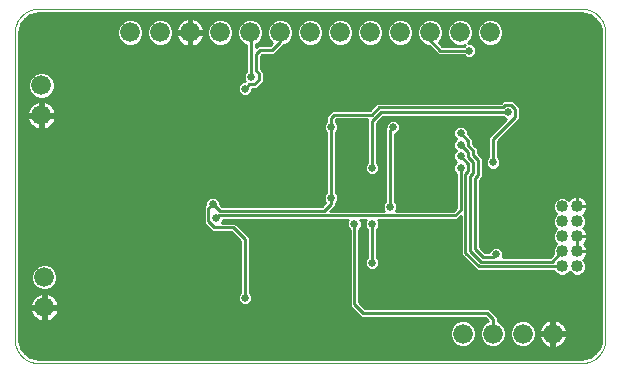
<source format=gbl>
G75*
%MOIN*%
%OFA0B0*%
%FSLAX25Y25*%
%IPPOS*%
%LPD*%
%AMOC8*
5,1,8,0,0,1.08239X$1,22.5*
%
%ADD10C,0.00000*%
%ADD11C,0.04000*%
%ADD12C,0.06600*%
%ADD13C,0.01000*%
%ADD14C,0.02578*%
D10*
X0024138Y0017248D02*
X0205240Y0017248D01*
X0205430Y0017250D01*
X0205620Y0017257D01*
X0205810Y0017269D01*
X0206000Y0017285D01*
X0206189Y0017305D01*
X0206378Y0017331D01*
X0206566Y0017360D01*
X0206753Y0017395D01*
X0206939Y0017434D01*
X0207124Y0017477D01*
X0207309Y0017525D01*
X0207492Y0017577D01*
X0207673Y0017633D01*
X0207853Y0017694D01*
X0208032Y0017760D01*
X0208209Y0017829D01*
X0208385Y0017903D01*
X0208558Y0017981D01*
X0208730Y0018064D01*
X0208899Y0018150D01*
X0209067Y0018240D01*
X0209232Y0018335D01*
X0209395Y0018433D01*
X0209555Y0018536D01*
X0209713Y0018642D01*
X0209868Y0018752D01*
X0210021Y0018865D01*
X0210171Y0018983D01*
X0210317Y0019104D01*
X0210461Y0019228D01*
X0210602Y0019356D01*
X0210740Y0019487D01*
X0210875Y0019622D01*
X0211006Y0019760D01*
X0211134Y0019901D01*
X0211258Y0020045D01*
X0211379Y0020191D01*
X0211497Y0020341D01*
X0211610Y0020494D01*
X0211720Y0020649D01*
X0211826Y0020807D01*
X0211929Y0020967D01*
X0212027Y0021130D01*
X0212122Y0021295D01*
X0212212Y0021463D01*
X0212298Y0021632D01*
X0212381Y0021804D01*
X0212459Y0021977D01*
X0212533Y0022153D01*
X0212602Y0022330D01*
X0212668Y0022509D01*
X0212729Y0022689D01*
X0212785Y0022870D01*
X0212837Y0023053D01*
X0212885Y0023238D01*
X0212928Y0023423D01*
X0212967Y0023609D01*
X0213002Y0023796D01*
X0213031Y0023984D01*
X0213057Y0024173D01*
X0213077Y0024362D01*
X0213093Y0024552D01*
X0213105Y0024742D01*
X0213112Y0024932D01*
X0213114Y0025122D01*
X0213114Y0127484D01*
X0213112Y0127674D01*
X0213105Y0127864D01*
X0213093Y0128054D01*
X0213077Y0128244D01*
X0213057Y0128433D01*
X0213031Y0128622D01*
X0213002Y0128810D01*
X0212967Y0128997D01*
X0212928Y0129183D01*
X0212885Y0129368D01*
X0212837Y0129553D01*
X0212785Y0129736D01*
X0212729Y0129917D01*
X0212668Y0130097D01*
X0212602Y0130276D01*
X0212533Y0130453D01*
X0212459Y0130629D01*
X0212381Y0130802D01*
X0212298Y0130974D01*
X0212212Y0131143D01*
X0212122Y0131311D01*
X0212027Y0131476D01*
X0211929Y0131639D01*
X0211826Y0131799D01*
X0211720Y0131957D01*
X0211610Y0132112D01*
X0211497Y0132265D01*
X0211379Y0132415D01*
X0211258Y0132561D01*
X0211134Y0132705D01*
X0211006Y0132846D01*
X0210875Y0132984D01*
X0210740Y0133119D01*
X0210602Y0133250D01*
X0210461Y0133378D01*
X0210317Y0133502D01*
X0210171Y0133623D01*
X0210021Y0133741D01*
X0209868Y0133854D01*
X0209713Y0133964D01*
X0209555Y0134070D01*
X0209395Y0134173D01*
X0209232Y0134271D01*
X0209067Y0134366D01*
X0208899Y0134456D01*
X0208730Y0134542D01*
X0208558Y0134625D01*
X0208385Y0134703D01*
X0208209Y0134777D01*
X0208032Y0134846D01*
X0207853Y0134912D01*
X0207673Y0134973D01*
X0207492Y0135029D01*
X0207309Y0135081D01*
X0207124Y0135129D01*
X0206939Y0135172D01*
X0206753Y0135211D01*
X0206566Y0135246D01*
X0206378Y0135275D01*
X0206189Y0135301D01*
X0206000Y0135321D01*
X0205810Y0135337D01*
X0205620Y0135349D01*
X0205430Y0135356D01*
X0205240Y0135358D01*
X0024138Y0135358D01*
X0023948Y0135356D01*
X0023758Y0135349D01*
X0023568Y0135337D01*
X0023378Y0135321D01*
X0023189Y0135301D01*
X0023000Y0135275D01*
X0022812Y0135246D01*
X0022625Y0135211D01*
X0022439Y0135172D01*
X0022254Y0135129D01*
X0022069Y0135081D01*
X0021886Y0135029D01*
X0021705Y0134973D01*
X0021525Y0134912D01*
X0021346Y0134846D01*
X0021169Y0134777D01*
X0020993Y0134703D01*
X0020820Y0134625D01*
X0020648Y0134542D01*
X0020479Y0134456D01*
X0020311Y0134366D01*
X0020146Y0134271D01*
X0019983Y0134173D01*
X0019823Y0134070D01*
X0019665Y0133964D01*
X0019510Y0133854D01*
X0019357Y0133741D01*
X0019207Y0133623D01*
X0019061Y0133502D01*
X0018917Y0133378D01*
X0018776Y0133250D01*
X0018638Y0133119D01*
X0018503Y0132984D01*
X0018372Y0132846D01*
X0018244Y0132705D01*
X0018120Y0132561D01*
X0017999Y0132415D01*
X0017881Y0132265D01*
X0017768Y0132112D01*
X0017658Y0131957D01*
X0017552Y0131799D01*
X0017449Y0131639D01*
X0017351Y0131476D01*
X0017256Y0131311D01*
X0017166Y0131143D01*
X0017080Y0130974D01*
X0016997Y0130802D01*
X0016919Y0130629D01*
X0016845Y0130453D01*
X0016776Y0130276D01*
X0016710Y0130097D01*
X0016649Y0129917D01*
X0016593Y0129736D01*
X0016541Y0129553D01*
X0016493Y0129368D01*
X0016450Y0129183D01*
X0016411Y0128997D01*
X0016376Y0128810D01*
X0016347Y0128622D01*
X0016321Y0128433D01*
X0016301Y0128244D01*
X0016285Y0128054D01*
X0016273Y0127864D01*
X0016266Y0127674D01*
X0016264Y0127484D01*
X0016264Y0025122D01*
X0016266Y0024932D01*
X0016273Y0024742D01*
X0016285Y0024552D01*
X0016301Y0024362D01*
X0016321Y0024173D01*
X0016347Y0023984D01*
X0016376Y0023796D01*
X0016411Y0023609D01*
X0016450Y0023423D01*
X0016493Y0023238D01*
X0016541Y0023053D01*
X0016593Y0022870D01*
X0016649Y0022689D01*
X0016710Y0022509D01*
X0016776Y0022330D01*
X0016845Y0022153D01*
X0016919Y0021977D01*
X0016997Y0021804D01*
X0017080Y0021632D01*
X0017166Y0021463D01*
X0017256Y0021295D01*
X0017351Y0021130D01*
X0017449Y0020967D01*
X0017552Y0020807D01*
X0017658Y0020649D01*
X0017768Y0020494D01*
X0017881Y0020341D01*
X0017999Y0020191D01*
X0018120Y0020045D01*
X0018244Y0019901D01*
X0018372Y0019760D01*
X0018503Y0019622D01*
X0018638Y0019487D01*
X0018776Y0019356D01*
X0018917Y0019228D01*
X0019061Y0019104D01*
X0019207Y0018983D01*
X0019357Y0018865D01*
X0019510Y0018752D01*
X0019665Y0018642D01*
X0019823Y0018536D01*
X0019983Y0018433D01*
X0020146Y0018335D01*
X0020311Y0018240D01*
X0020479Y0018150D01*
X0020648Y0018064D01*
X0020820Y0017981D01*
X0020993Y0017903D01*
X0021169Y0017829D01*
X0021346Y0017760D01*
X0021525Y0017694D01*
X0021705Y0017633D01*
X0021886Y0017577D01*
X0022069Y0017525D01*
X0022254Y0017477D01*
X0022439Y0017434D01*
X0022625Y0017395D01*
X0022812Y0017360D01*
X0023000Y0017331D01*
X0023189Y0017305D01*
X0023378Y0017285D01*
X0023568Y0017269D01*
X0023758Y0017257D01*
X0023948Y0017250D01*
X0024138Y0017248D01*
D11*
X0198685Y0049492D03*
X0203685Y0049492D03*
X0203685Y0054492D03*
X0198685Y0054492D03*
X0198685Y0059492D03*
X0203685Y0059492D03*
X0203685Y0064492D03*
X0198685Y0064492D03*
X0198685Y0069492D03*
X0203685Y0069492D03*
D12*
X0195634Y0027091D03*
X0185634Y0027091D03*
X0175634Y0027091D03*
X0165634Y0027091D03*
X0026106Y0035870D03*
X0026106Y0045870D03*
X0025122Y0099846D03*
X0025122Y0109846D03*
X0054689Y0127484D03*
X0064689Y0127484D03*
X0074689Y0127484D03*
X0084689Y0127484D03*
X0094689Y0127484D03*
X0104689Y0127484D03*
X0114689Y0127484D03*
X0124689Y0127484D03*
X0134689Y0127484D03*
X0144689Y0127484D03*
X0154689Y0127484D03*
X0164689Y0127484D03*
X0174689Y0127484D03*
D13*
X0170588Y0129081D02*
X0168790Y0129081D01*
X0169089Y0128359D02*
X0168419Y0129977D01*
X0167181Y0131214D01*
X0165564Y0131884D01*
X0163814Y0131884D01*
X0162197Y0131214D01*
X0160959Y0129977D01*
X0160289Y0128359D01*
X0160289Y0126609D01*
X0160959Y0124992D01*
X0162197Y0123754D01*
X0163814Y0123084D01*
X0165564Y0123084D01*
X0166249Y0123368D01*
X0165922Y0123041D01*
X0158797Y0123041D01*
X0157632Y0124205D01*
X0158419Y0124992D01*
X0159089Y0126609D01*
X0159089Y0128359D01*
X0158419Y0129977D01*
X0157181Y0131214D01*
X0155564Y0131884D01*
X0153814Y0131884D01*
X0152197Y0131214D01*
X0150959Y0129977D01*
X0150289Y0128359D01*
X0150289Y0126609D01*
X0150959Y0124992D01*
X0152197Y0123754D01*
X0153814Y0123084D01*
X0154228Y0123084D01*
X0157471Y0119841D01*
X0165922Y0119841D01*
X0166711Y0119052D01*
X0168690Y0119052D01*
X0170090Y0120451D01*
X0170090Y0122430D01*
X0168690Y0123830D01*
X0167257Y0123830D01*
X0168419Y0124992D01*
X0169089Y0126609D01*
X0169089Y0128359D01*
X0169089Y0128083D02*
X0170289Y0128083D01*
X0170289Y0128359D02*
X0170289Y0126609D01*
X0170959Y0124992D01*
X0172197Y0123754D01*
X0173814Y0123084D01*
X0175564Y0123084D01*
X0177181Y0123754D01*
X0178419Y0124992D01*
X0179089Y0126609D01*
X0179089Y0128359D01*
X0178419Y0129977D01*
X0177181Y0131214D01*
X0175564Y0131884D01*
X0173814Y0131884D01*
X0172197Y0131214D01*
X0170959Y0129977D01*
X0170289Y0128359D01*
X0170289Y0127084D02*
X0169089Y0127084D01*
X0168872Y0126086D02*
X0170506Y0126086D01*
X0170919Y0125087D02*
X0168459Y0125087D01*
X0167516Y0124089D02*
X0171862Y0124089D01*
X0173799Y0123090D02*
X0169430Y0123090D01*
X0170090Y0122092D02*
X0211614Y0122092D01*
X0211614Y0123090D02*
X0175579Y0123090D01*
X0177516Y0124089D02*
X0211614Y0124089D01*
X0211614Y0125087D02*
X0178459Y0125087D01*
X0178872Y0126086D02*
X0211614Y0126086D01*
X0211614Y0127084D02*
X0179089Y0127084D01*
X0179089Y0128083D02*
X0211567Y0128083D01*
X0211536Y0128481D02*
X0211614Y0127484D01*
X0211614Y0025122D01*
X0211536Y0024125D01*
X0210919Y0022228D01*
X0209747Y0020615D01*
X0208134Y0019443D01*
X0206237Y0018826D01*
X0205240Y0018748D01*
X0024138Y0018748D01*
X0023141Y0018826D01*
X0021244Y0019443D01*
X0019631Y0020615D01*
X0018458Y0022228D01*
X0017842Y0024125D01*
X0017764Y0025122D01*
X0017764Y0025743D01*
X0017764Y0127484D01*
X0017842Y0128481D01*
X0018458Y0130378D01*
X0019631Y0131991D01*
X0021244Y0133164D01*
X0023141Y0133780D01*
X0024138Y0133858D01*
X0205240Y0133858D01*
X0206237Y0133780D01*
X0208134Y0133164D01*
X0209747Y0131991D01*
X0210919Y0130378D01*
X0211536Y0128481D01*
X0211341Y0129081D02*
X0178790Y0129081D01*
X0178316Y0130080D02*
X0211016Y0130080D01*
X0210411Y0131078D02*
X0177317Y0131078D01*
X0172061Y0131078D02*
X0167317Y0131078D01*
X0168316Y0130080D02*
X0171062Y0130080D01*
X0165972Y0123090D02*
X0165579Y0123090D01*
X0163799Y0123090D02*
X0158747Y0123090D01*
X0157749Y0124089D02*
X0161862Y0124089D01*
X0160919Y0125087D02*
X0158459Y0125087D01*
X0158872Y0126086D02*
X0160506Y0126086D01*
X0160289Y0127084D02*
X0159089Y0127084D01*
X0159089Y0128083D02*
X0160289Y0128083D01*
X0160588Y0129081D02*
X0158790Y0129081D01*
X0158316Y0130080D02*
X0161062Y0130080D01*
X0162061Y0131078D02*
X0157317Y0131078D01*
X0154689Y0127484D02*
X0154689Y0124886D01*
X0158134Y0121441D01*
X0167701Y0121441D01*
X0170090Y0121093D02*
X0211614Y0121093D01*
X0211614Y0120095D02*
X0169733Y0120095D01*
X0168735Y0119096D02*
X0211614Y0119096D01*
X0211614Y0118098D02*
X0098204Y0118098D01*
X0098204Y0119096D02*
X0166667Y0119096D01*
X0157217Y0120095D02*
X0102672Y0120095D01*
X0102556Y0119979D02*
X0105352Y0122774D01*
X0105731Y0123153D01*
X0107181Y0123754D01*
X0108419Y0124992D01*
X0109089Y0126609D01*
X0109089Y0128359D01*
X0108419Y0129977D01*
X0107181Y0131214D01*
X0105564Y0131884D01*
X0103814Y0131884D01*
X0102197Y0131214D01*
X0100959Y0129977D01*
X0100289Y0128359D01*
X0100289Y0126609D01*
X0100959Y0124992D01*
X0102001Y0123949D01*
X0101231Y0123179D01*
X0097294Y0123179D01*
X0096604Y0122489D01*
X0096604Y0123515D01*
X0097181Y0123754D01*
X0098419Y0124992D01*
X0099089Y0126609D01*
X0099089Y0128359D01*
X0098419Y0129977D01*
X0097181Y0131214D01*
X0095564Y0131884D01*
X0093814Y0131884D01*
X0092197Y0131214D01*
X0090959Y0129977D01*
X0090289Y0128359D01*
X0090289Y0126609D01*
X0090959Y0124992D01*
X0092197Y0123754D01*
X0093404Y0123254D01*
X0093404Y0114499D01*
X0092615Y0113710D01*
X0092615Y0111731D01*
X0093168Y0111178D01*
X0093162Y0111172D01*
X0092046Y0111172D01*
X0090646Y0109773D01*
X0090646Y0107794D01*
X0092046Y0106394D01*
X0094025Y0106394D01*
X0095424Y0107794D01*
X0095424Y0108531D01*
X0096739Y0108531D01*
X0099193Y0110985D01*
X0099193Y0114456D01*
X0098204Y0115445D01*
X0098204Y0119563D01*
X0098619Y0119979D01*
X0102556Y0119979D01*
X0103671Y0121093D02*
X0156219Y0121093D01*
X0155220Y0122092D02*
X0104669Y0122092D01*
X0105668Y0123090D02*
X0113799Y0123090D01*
X0113814Y0123084D02*
X0115564Y0123084D01*
X0117181Y0123754D01*
X0118419Y0124992D01*
X0119089Y0126609D01*
X0119089Y0128359D01*
X0118419Y0129977D01*
X0117181Y0131214D01*
X0115564Y0131884D01*
X0113814Y0131884D01*
X0112197Y0131214D01*
X0110959Y0129977D01*
X0110289Y0128359D01*
X0110289Y0126609D01*
X0110959Y0124992D01*
X0112197Y0123754D01*
X0113814Y0123084D01*
X0115579Y0123090D02*
X0123799Y0123090D01*
X0123814Y0123084D02*
X0125564Y0123084D01*
X0127181Y0123754D01*
X0128419Y0124992D01*
X0129089Y0126609D01*
X0129089Y0128359D01*
X0128419Y0129977D01*
X0127181Y0131214D01*
X0125564Y0131884D01*
X0123814Y0131884D01*
X0122197Y0131214D01*
X0120959Y0129977D01*
X0120289Y0128359D01*
X0120289Y0126609D01*
X0120959Y0124992D01*
X0122197Y0123754D01*
X0123814Y0123084D01*
X0125579Y0123090D02*
X0133799Y0123090D01*
X0133814Y0123084D02*
X0135564Y0123084D01*
X0137181Y0123754D01*
X0138419Y0124992D01*
X0139089Y0126609D01*
X0139089Y0128359D01*
X0138419Y0129977D01*
X0137181Y0131214D01*
X0135564Y0131884D01*
X0133814Y0131884D01*
X0132197Y0131214D01*
X0130959Y0129977D01*
X0130289Y0128359D01*
X0130289Y0126609D01*
X0130959Y0124992D01*
X0132197Y0123754D01*
X0133814Y0123084D01*
X0135579Y0123090D02*
X0143799Y0123090D01*
X0143814Y0123084D02*
X0145564Y0123084D01*
X0147181Y0123754D01*
X0148419Y0124992D01*
X0149089Y0126609D01*
X0149089Y0128359D01*
X0148419Y0129977D01*
X0147181Y0131214D01*
X0145564Y0131884D01*
X0143814Y0131884D01*
X0142197Y0131214D01*
X0140959Y0129977D01*
X0140289Y0128359D01*
X0140289Y0126609D01*
X0140959Y0124992D01*
X0142197Y0123754D01*
X0143814Y0123084D01*
X0145579Y0123090D02*
X0153799Y0123090D01*
X0151862Y0124089D02*
X0147516Y0124089D01*
X0148459Y0125087D02*
X0150919Y0125087D01*
X0150506Y0126086D02*
X0148872Y0126086D01*
X0149089Y0127084D02*
X0150289Y0127084D01*
X0150289Y0128083D02*
X0149089Y0128083D01*
X0148790Y0129081D02*
X0150588Y0129081D01*
X0151062Y0130080D02*
X0148316Y0130080D01*
X0147317Y0131078D02*
X0152061Y0131078D01*
X0142061Y0131078D02*
X0137317Y0131078D01*
X0138316Y0130080D02*
X0141062Y0130080D01*
X0140588Y0129081D02*
X0138790Y0129081D01*
X0139089Y0128083D02*
X0140289Y0128083D01*
X0140289Y0127084D02*
X0139089Y0127084D01*
X0138872Y0126086D02*
X0140506Y0126086D01*
X0140919Y0125087D02*
X0138459Y0125087D01*
X0137516Y0124089D02*
X0141862Y0124089D01*
X0131862Y0124089D02*
X0127516Y0124089D01*
X0128459Y0125087D02*
X0130919Y0125087D01*
X0130506Y0126086D02*
X0128872Y0126086D01*
X0129089Y0127084D02*
X0130289Y0127084D01*
X0130289Y0128083D02*
X0129089Y0128083D01*
X0128790Y0129081D02*
X0130588Y0129081D01*
X0131062Y0130080D02*
X0128316Y0130080D01*
X0127317Y0131078D02*
X0132061Y0131078D01*
X0122061Y0131078D02*
X0117317Y0131078D01*
X0118316Y0130080D02*
X0121062Y0130080D01*
X0120588Y0129081D02*
X0118790Y0129081D01*
X0119089Y0128083D02*
X0120289Y0128083D01*
X0120289Y0127084D02*
X0119089Y0127084D01*
X0118872Y0126086D02*
X0120506Y0126086D01*
X0120919Y0125087D02*
X0118459Y0125087D01*
X0117516Y0124089D02*
X0121862Y0124089D01*
X0111862Y0124089D02*
X0107516Y0124089D01*
X0108459Y0125087D02*
X0110919Y0125087D01*
X0110506Y0126086D02*
X0108872Y0126086D01*
X0109089Y0127084D02*
X0110289Y0127084D01*
X0110289Y0128083D02*
X0109089Y0128083D01*
X0108790Y0129081D02*
X0110588Y0129081D01*
X0111062Y0130080D02*
X0108316Y0130080D01*
X0107317Y0131078D02*
X0112061Y0131078D01*
X0104689Y0127484D02*
X0104689Y0124374D01*
X0101894Y0121579D01*
X0097957Y0121579D01*
X0096604Y0120226D01*
X0096604Y0114782D01*
X0097593Y0113793D01*
X0097593Y0111648D01*
X0096076Y0110131D01*
X0094383Y0110131D01*
X0093035Y0108783D01*
X0091326Y0107114D02*
X0028612Y0107114D01*
X0028852Y0107354D02*
X0029522Y0108971D01*
X0029522Y0110722D01*
X0028852Y0112339D01*
X0027614Y0113577D01*
X0025997Y0114246D01*
X0024247Y0114246D01*
X0022630Y0113577D01*
X0021392Y0112339D01*
X0020722Y0110722D01*
X0020722Y0108971D01*
X0021392Y0107354D01*
X0022630Y0106116D01*
X0024247Y0105446D01*
X0025997Y0105446D01*
X0027614Y0106116D01*
X0028852Y0107354D01*
X0029166Y0108113D02*
X0090646Y0108113D01*
X0090646Y0109111D02*
X0029522Y0109111D01*
X0029522Y0110110D02*
X0090983Y0110110D01*
X0091982Y0111108D02*
X0029362Y0111108D01*
X0028948Y0112107D02*
X0092615Y0112107D01*
X0092615Y0113105D02*
X0028086Y0113105D01*
X0026342Y0114104D02*
X0093009Y0114104D01*
X0093404Y0115102D02*
X0017764Y0115102D01*
X0017764Y0114104D02*
X0023902Y0114104D01*
X0022158Y0113105D02*
X0017764Y0113105D01*
X0017764Y0112107D02*
X0021296Y0112107D01*
X0020882Y0111108D02*
X0017764Y0111108D01*
X0017764Y0110110D02*
X0020722Y0110110D01*
X0020722Y0109111D02*
X0017764Y0109111D01*
X0017764Y0108113D02*
X0021078Y0108113D01*
X0021632Y0107114D02*
X0017764Y0107114D01*
X0017764Y0106116D02*
X0022632Y0106116D01*
X0023279Y0104295D02*
X0023998Y0104528D01*
X0024638Y0104630D01*
X0024638Y0100331D01*
X0025606Y0100331D01*
X0025606Y0104630D01*
X0026246Y0104528D01*
X0026965Y0104295D01*
X0027638Y0103952D01*
X0028249Y0103508D01*
X0028783Y0102973D01*
X0029227Y0102362D01*
X0029570Y0101689D01*
X0029804Y0100970D01*
X0029905Y0100331D01*
X0025606Y0100331D01*
X0025606Y0099362D01*
X0025606Y0095063D01*
X0026246Y0095165D01*
X0026965Y0095398D01*
X0027638Y0095741D01*
X0028249Y0096185D01*
X0028783Y0096719D01*
X0029227Y0097331D01*
X0029570Y0098004D01*
X0029804Y0098722D01*
X0029905Y0099362D01*
X0025606Y0099362D01*
X0024638Y0099362D01*
X0024638Y0095063D01*
X0023998Y0095165D01*
X0023279Y0095398D01*
X0022606Y0095741D01*
X0021995Y0096185D01*
X0021461Y0096719D01*
X0021017Y0097331D01*
X0020674Y0098004D01*
X0020440Y0098722D01*
X0020339Y0099362D01*
X0024638Y0099362D01*
X0024638Y0100331D01*
X0020339Y0100331D01*
X0020440Y0100970D01*
X0020674Y0101689D01*
X0021017Y0102362D01*
X0021461Y0102973D01*
X0021995Y0103508D01*
X0022606Y0103952D01*
X0023279Y0104295D01*
X0022934Y0104119D02*
X0017764Y0104119D01*
X0017764Y0105117D02*
X0211614Y0105117D01*
X0211614Y0104119D02*
X0183066Y0104119D01*
X0183686Y0103499D02*
X0182286Y0104898D01*
X0178982Y0104898D01*
X0178193Y0104109D01*
X0136986Y0104109D01*
X0136048Y0103172D01*
X0134548Y0101672D01*
X0122047Y0101672D01*
X0121110Y0100735D01*
X0119979Y0099604D01*
X0119979Y0097767D01*
X0119190Y0096978D01*
X0119190Y0094999D01*
X0119979Y0094210D01*
X0119979Y0074145D01*
X0119190Y0073356D01*
X0119190Y0071377D01*
X0119742Y0070824D01*
X0118579Y0069661D01*
X0085208Y0069661D01*
X0084598Y0070271D01*
X0084598Y0071387D01*
X0083198Y0072787D01*
X0081219Y0072787D01*
X0079820Y0071387D01*
X0079820Y0070271D01*
X0079204Y0069656D01*
X0079204Y0063824D01*
X0080141Y0062887D01*
X0080141Y0062887D01*
X0081167Y0061861D01*
X0082104Y0060924D01*
X0088436Y0060924D01*
X0091435Y0057924D01*
X0091435Y0040680D01*
X0090646Y0039891D01*
X0090646Y0037912D01*
X0092046Y0036513D01*
X0094025Y0036513D01*
X0095424Y0037912D01*
X0095424Y0039891D01*
X0094635Y0040680D01*
X0094635Y0059249D01*
X0093698Y0060187D01*
X0089761Y0064124D01*
X0085219Y0064124D01*
X0085582Y0064487D01*
X0085582Y0064861D01*
X0127427Y0064861D01*
X0127064Y0064497D01*
X0127064Y0062518D01*
X0127853Y0061729D01*
X0127853Y0036270D01*
X0130806Y0033318D01*
X0131743Y0032380D01*
X0173081Y0032380D01*
X0174034Y0031428D01*
X0174034Y0031190D01*
X0173141Y0030821D01*
X0171904Y0029583D01*
X0171234Y0027966D01*
X0171234Y0026215D01*
X0171904Y0024598D01*
X0173141Y0023360D01*
X0174759Y0022691D01*
X0176509Y0022691D01*
X0178126Y0023360D01*
X0179364Y0024598D01*
X0180034Y0026215D01*
X0180034Y0027966D01*
X0179364Y0029583D01*
X0178126Y0030821D01*
X0177234Y0031190D01*
X0177234Y0032753D01*
X0176297Y0033691D01*
X0175344Y0034643D01*
X0175344Y0034643D01*
X0174407Y0035580D01*
X0133068Y0035580D01*
X0131053Y0037596D01*
X0131053Y0061729D01*
X0131842Y0062518D01*
X0131842Y0064497D01*
X0131478Y0064861D01*
X0133333Y0064861D01*
X0132969Y0064497D01*
X0132969Y0062518D01*
X0133758Y0061729D01*
X0133758Y0052491D01*
X0132969Y0051702D01*
X0132969Y0049723D01*
X0134369Y0048324D01*
X0136348Y0048324D01*
X0137747Y0049723D01*
X0137747Y0051702D01*
X0136958Y0052491D01*
X0136958Y0061729D01*
X0137747Y0062518D01*
X0137747Y0064497D01*
X0137384Y0064861D01*
X0163580Y0064861D01*
X0164517Y0065798D01*
X0164886Y0066166D01*
X0164886Y0053371D01*
X0170365Y0047892D01*
X0195992Y0047892D01*
X0196057Y0047736D01*
X0196929Y0046864D01*
X0198068Y0046392D01*
X0199302Y0046392D01*
X0200441Y0046864D01*
X0201185Y0047608D01*
X0201929Y0046864D01*
X0203068Y0046392D01*
X0204302Y0046392D01*
X0205441Y0046864D01*
X0206313Y0047736D01*
X0206785Y0048875D01*
X0206785Y0050109D01*
X0206313Y0051248D01*
X0205839Y0051722D01*
X0205916Y0051773D01*
X0206404Y0052261D01*
X0206787Y0052834D01*
X0207051Y0053471D01*
X0207185Y0054147D01*
X0207185Y0054492D01*
X0203685Y0054492D01*
X0203685Y0054492D01*
X0207185Y0054492D01*
X0207185Y0054837D01*
X0207051Y0055513D01*
X0206787Y0056150D01*
X0206404Y0056723D01*
X0206135Y0056992D01*
X0206404Y0057261D01*
X0206787Y0057834D01*
X0207051Y0058471D01*
X0207185Y0059147D01*
X0207185Y0059492D01*
X0203685Y0059492D01*
X0203685Y0059492D01*
X0203685Y0057992D01*
X0203685Y0054492D01*
X0203685Y0054492D01*
X0203685Y0059492D01*
X0203685Y0059492D01*
X0207185Y0059492D01*
X0207185Y0059837D01*
X0207051Y0060513D01*
X0206787Y0061150D01*
X0206404Y0061723D01*
X0205916Y0062211D01*
X0205839Y0062262D01*
X0206313Y0062736D01*
X0206785Y0063875D01*
X0206785Y0065109D01*
X0206313Y0066248D01*
X0205839Y0066722D01*
X0205916Y0066773D01*
X0206404Y0067261D01*
X0206787Y0067834D01*
X0207051Y0068471D01*
X0207185Y0069147D01*
X0207185Y0069492D01*
X0203685Y0069492D01*
X0203685Y0069492D01*
X0207185Y0069492D01*
X0207185Y0069837D01*
X0207051Y0070513D01*
X0206787Y0071150D01*
X0206404Y0071723D01*
X0205916Y0072211D01*
X0205343Y0072594D01*
X0204706Y0072858D01*
X0204030Y0072992D01*
X0203685Y0072992D01*
X0203340Y0072992D01*
X0202664Y0072858D01*
X0202027Y0072594D01*
X0201454Y0072211D01*
X0200966Y0071723D01*
X0200915Y0071646D01*
X0200441Y0072120D01*
X0199302Y0072592D01*
X0198068Y0072592D01*
X0196929Y0072120D01*
X0196057Y0071248D01*
X0195585Y0070109D01*
X0195585Y0068875D01*
X0196057Y0067736D01*
X0196801Y0066992D01*
X0196057Y0066248D01*
X0195585Y0065109D01*
X0195585Y0063875D01*
X0196057Y0062736D01*
X0196801Y0061992D01*
X0196057Y0061248D01*
X0195585Y0060109D01*
X0195585Y0058875D01*
X0196057Y0057736D01*
X0196801Y0056992D01*
X0196057Y0056248D01*
X0195585Y0055109D01*
X0195585Y0053875D01*
X0195650Y0053719D01*
X0194622Y0052692D01*
X0179086Y0052692D01*
X0179086Y0054671D01*
X0177686Y0056070D01*
X0175707Y0056070D01*
X0174308Y0054671D01*
X0174308Y0054292D01*
X0173016Y0054292D01*
X0171286Y0056022D01*
X0171286Y0078159D01*
X0172275Y0079148D01*
X0172275Y0085545D01*
X0171338Y0086482D01*
X0170675Y0087145D01*
X0170675Y0088819D01*
X0169738Y0089756D01*
X0169075Y0090419D01*
X0169075Y0092093D01*
X0168138Y0093031D01*
X0167275Y0093893D01*
X0167275Y0095009D01*
X0165875Y0096409D01*
X0163896Y0096409D01*
X0162497Y0095009D01*
X0162497Y0093030D01*
X0163476Y0092051D01*
X0162497Y0091072D01*
X0162497Y0089093D01*
X0163476Y0088114D01*
X0162497Y0087135D01*
X0162497Y0085156D01*
X0163476Y0084177D01*
X0162497Y0083198D01*
X0162497Y0081219D01*
X0163286Y0080430D01*
X0163286Y0069092D01*
X0162255Y0068061D01*
X0143290Y0068061D01*
X0143653Y0068424D01*
X0143653Y0070403D01*
X0142864Y0071192D01*
X0142864Y0093599D01*
X0143238Y0093599D01*
X0144637Y0094999D01*
X0144637Y0096978D01*
X0143238Y0098377D01*
X0141258Y0098377D01*
X0139859Y0096978D01*
X0139859Y0095862D01*
X0139664Y0095667D01*
X0139664Y0071192D01*
X0138875Y0070403D01*
X0138875Y0068424D01*
X0139238Y0068061D01*
X0121504Y0068061D01*
X0123179Y0069735D01*
X0123179Y0070588D01*
X0123968Y0071377D01*
X0123968Y0073356D01*
X0123179Y0074145D01*
X0123179Y0094210D01*
X0123968Y0094999D01*
X0123968Y0096978D01*
X0123179Y0097767D01*
X0123179Y0098278D01*
X0123373Y0098472D01*
X0133758Y0098472D01*
X0133758Y0083987D01*
X0132969Y0083198D01*
X0132969Y0081219D01*
X0134369Y0079820D01*
X0136348Y0079820D01*
X0137747Y0081219D01*
X0137747Y0083198D01*
X0136958Y0083987D01*
X0136958Y0097294D01*
X0138974Y0099309D01*
X0178855Y0099309D01*
X0179644Y0098520D01*
X0179919Y0098520D01*
X0175050Y0093651D01*
X0174113Y0092714D01*
X0174113Y0085956D01*
X0173324Y0085167D01*
X0173324Y0083188D01*
X0174723Y0081788D01*
X0176702Y0081788D01*
X0178102Y0083188D01*
X0178102Y0085167D01*
X0177313Y0085956D01*
X0177313Y0091388D01*
X0184623Y0098699D01*
X0184623Y0102562D01*
X0183686Y0103499D01*
X0184065Y0103120D02*
X0211614Y0103120D01*
X0211614Y0102121D02*
X0184623Y0102121D01*
X0184623Y0101123D02*
X0211614Y0101123D01*
X0211614Y0100124D02*
X0184623Y0100124D01*
X0184623Y0099126D02*
X0211614Y0099126D01*
X0211614Y0098127D02*
X0184052Y0098127D01*
X0183053Y0097129D02*
X0211614Y0097129D01*
X0211614Y0096130D02*
X0182055Y0096130D01*
X0181056Y0095132D02*
X0211614Y0095132D01*
X0211614Y0094133D02*
X0180058Y0094133D01*
X0179059Y0093135D02*
X0211614Y0093135D01*
X0211614Y0092136D02*
X0178061Y0092136D01*
X0177313Y0091138D02*
X0211614Y0091138D01*
X0211614Y0090139D02*
X0177313Y0090139D01*
X0177313Y0089141D02*
X0211614Y0089141D01*
X0211614Y0088142D02*
X0177313Y0088142D01*
X0177313Y0087144D02*
X0211614Y0087144D01*
X0211614Y0086145D02*
X0177313Y0086145D01*
X0178102Y0085147D02*
X0211614Y0085147D01*
X0211614Y0084148D02*
X0178102Y0084148D01*
X0178064Y0083150D02*
X0211614Y0083150D01*
X0211614Y0082151D02*
X0177065Y0082151D01*
X0175713Y0084177D02*
X0175713Y0092051D01*
X0183023Y0099361D01*
X0183023Y0101899D01*
X0181623Y0103298D01*
X0179644Y0103298D01*
X0178855Y0102509D01*
X0137648Y0102509D01*
X0135211Y0100072D01*
X0122710Y0100072D01*
X0121579Y0098941D01*
X0121579Y0095988D01*
X0121579Y0072366D01*
X0121579Y0070398D01*
X0119242Y0068061D01*
X0084546Y0068061D01*
X0082209Y0070398D01*
X0080804Y0068993D01*
X0080804Y0064487D01*
X0082767Y0062524D01*
X0089098Y0062524D01*
X0093035Y0058587D01*
X0093035Y0038902D01*
X0091340Y0037218D02*
X0030715Y0037218D01*
X0030788Y0036994D02*
X0030555Y0037713D01*
X0030212Y0038386D01*
X0029768Y0038997D01*
X0029233Y0039531D01*
X0028622Y0039975D01*
X0027949Y0040318D01*
X0027230Y0040552D01*
X0026591Y0040653D01*
X0026591Y0036354D01*
X0030889Y0036354D01*
X0030788Y0036994D01*
X0030298Y0038217D02*
X0090646Y0038217D01*
X0090646Y0039215D02*
X0029549Y0039215D01*
X0028154Y0040214D02*
X0090969Y0040214D01*
X0091435Y0041212D02*
X0017764Y0041212D01*
X0017764Y0040214D02*
X0024058Y0040214D01*
X0024264Y0040318D02*
X0023591Y0039975D01*
X0022979Y0039531D01*
X0022445Y0038997D01*
X0022001Y0038386D01*
X0021658Y0037713D01*
X0021424Y0036994D01*
X0021323Y0036354D01*
X0025622Y0036354D01*
X0025622Y0035386D01*
X0021323Y0035386D01*
X0021424Y0034746D01*
X0021658Y0034028D01*
X0022001Y0033354D01*
X0022445Y0032743D01*
X0022979Y0032209D01*
X0023591Y0031765D01*
X0024264Y0031422D01*
X0024982Y0031188D01*
X0025622Y0031087D01*
X0025622Y0035386D01*
X0026591Y0035386D01*
X0026591Y0036354D01*
X0025622Y0036354D01*
X0025622Y0040653D01*
X0024982Y0040552D01*
X0024264Y0040318D01*
X0025622Y0040214D02*
X0026591Y0040214D01*
X0026591Y0039215D02*
X0025622Y0039215D01*
X0025622Y0038217D02*
X0026591Y0038217D01*
X0026591Y0037218D02*
X0025622Y0037218D01*
X0025622Y0036220D02*
X0017764Y0036220D01*
X0017764Y0037218D02*
X0021497Y0037218D01*
X0021915Y0038217D02*
X0017764Y0038217D01*
X0017764Y0039215D02*
X0022663Y0039215D01*
X0023614Y0042140D02*
X0025231Y0041470D01*
X0026982Y0041470D01*
X0028599Y0042140D01*
X0029836Y0043378D01*
X0030506Y0044995D01*
X0030506Y0046745D01*
X0029836Y0048362D01*
X0028599Y0049600D01*
X0026982Y0050270D01*
X0025231Y0050270D01*
X0023614Y0049600D01*
X0022376Y0048362D01*
X0021706Y0046745D01*
X0021706Y0044995D01*
X0022376Y0043378D01*
X0023614Y0042140D01*
X0023543Y0042211D02*
X0017764Y0042211D01*
X0017764Y0043209D02*
X0022545Y0043209D01*
X0022032Y0044208D02*
X0017764Y0044208D01*
X0017764Y0045206D02*
X0021706Y0045206D01*
X0021706Y0046205D02*
X0017764Y0046205D01*
X0017764Y0047203D02*
X0021896Y0047203D01*
X0022310Y0048202D02*
X0017764Y0048202D01*
X0017764Y0049200D02*
X0023214Y0049200D01*
X0025059Y0050199D02*
X0017764Y0050199D01*
X0017764Y0051197D02*
X0091435Y0051197D01*
X0091435Y0050199D02*
X0027153Y0050199D01*
X0028999Y0049200D02*
X0091435Y0049200D01*
X0091435Y0048202D02*
X0029903Y0048202D01*
X0030317Y0047203D02*
X0091435Y0047203D01*
X0091435Y0046205D02*
X0030506Y0046205D01*
X0030506Y0045206D02*
X0091435Y0045206D01*
X0091435Y0044208D02*
X0030180Y0044208D01*
X0029668Y0043209D02*
X0091435Y0043209D01*
X0091435Y0042211D02*
X0028670Y0042211D01*
X0026591Y0036220D02*
X0127903Y0036220D01*
X0127853Y0037218D02*
X0094731Y0037218D01*
X0095424Y0038217D02*
X0127853Y0038217D01*
X0127853Y0039215D02*
X0095424Y0039215D01*
X0095102Y0040214D02*
X0127853Y0040214D01*
X0127853Y0041212D02*
X0094635Y0041212D01*
X0094635Y0042211D02*
X0127853Y0042211D01*
X0127853Y0043209D02*
X0094635Y0043209D01*
X0094635Y0044208D02*
X0127853Y0044208D01*
X0127853Y0045206D02*
X0094635Y0045206D01*
X0094635Y0046205D02*
X0127853Y0046205D01*
X0127853Y0047203D02*
X0094635Y0047203D01*
X0094635Y0048202D02*
X0127853Y0048202D01*
X0127853Y0049200D02*
X0094635Y0049200D01*
X0094635Y0050199D02*
X0127853Y0050199D01*
X0127853Y0051197D02*
X0094635Y0051197D01*
X0094635Y0052196D02*
X0127853Y0052196D01*
X0127853Y0053194D02*
X0094635Y0053194D01*
X0094635Y0054193D02*
X0127853Y0054193D01*
X0127853Y0055191D02*
X0094635Y0055191D01*
X0094635Y0056190D02*
X0127853Y0056190D01*
X0127853Y0057188D02*
X0094635Y0057188D01*
X0094635Y0058187D02*
X0127853Y0058187D01*
X0127853Y0059186D02*
X0094635Y0059186D01*
X0093701Y0060184D02*
X0127853Y0060184D01*
X0127853Y0061183D02*
X0092702Y0061183D01*
X0091704Y0062181D02*
X0127401Y0062181D01*
X0127064Y0063180D02*
X0090705Y0063180D01*
X0089175Y0060184D02*
X0017764Y0060184D01*
X0017764Y0059186D02*
X0090174Y0059186D01*
X0091172Y0058187D02*
X0017764Y0058187D01*
X0017764Y0057188D02*
X0091435Y0057188D01*
X0091435Y0056190D02*
X0017764Y0056190D01*
X0017764Y0055191D02*
X0091435Y0055191D01*
X0091435Y0054193D02*
X0017764Y0054193D01*
X0017764Y0053194D02*
X0091435Y0053194D01*
X0091435Y0052196D02*
X0017764Y0052196D01*
X0017764Y0061183D02*
X0081845Y0061183D01*
X0080847Y0062181D02*
X0017764Y0062181D01*
X0017764Y0063180D02*
X0079848Y0063180D01*
X0079204Y0064178D02*
X0017764Y0064178D01*
X0017764Y0065177D02*
X0079204Y0065177D01*
X0079204Y0066175D02*
X0017764Y0066175D01*
X0017764Y0067174D02*
X0079204Y0067174D01*
X0079204Y0068172D02*
X0017764Y0068172D01*
X0017764Y0069171D02*
X0079204Y0069171D01*
X0079717Y0070169D02*
X0017764Y0070169D01*
X0017764Y0071168D02*
X0079820Y0071168D01*
X0080599Y0072166D02*
X0017764Y0072166D01*
X0017764Y0073165D02*
X0119190Y0073165D01*
X0119190Y0072166D02*
X0083819Y0072166D01*
X0084598Y0071168D02*
X0119399Y0071168D01*
X0119088Y0070169D02*
X0084700Y0070169D01*
X0084177Y0066461D02*
X0083193Y0065476D01*
X0084177Y0066461D02*
X0162917Y0066461D01*
X0164886Y0068429D01*
X0164886Y0082209D01*
X0162497Y0082151D02*
X0142864Y0082151D01*
X0142864Y0081153D02*
X0162563Y0081153D01*
X0163286Y0080154D02*
X0142864Y0080154D01*
X0142864Y0079156D02*
X0163286Y0079156D01*
X0163286Y0078157D02*
X0142864Y0078157D01*
X0142864Y0077159D02*
X0163286Y0077159D01*
X0163286Y0076160D02*
X0142864Y0076160D01*
X0142864Y0075162D02*
X0163286Y0075162D01*
X0163286Y0074163D02*
X0142864Y0074163D01*
X0142864Y0073165D02*
X0163286Y0073165D01*
X0163286Y0072166D02*
X0142864Y0072166D01*
X0142888Y0071168D02*
X0163286Y0071168D01*
X0163286Y0070169D02*
X0143653Y0070169D01*
X0143653Y0069171D02*
X0163286Y0069171D01*
X0162366Y0068172D02*
X0143401Y0068172D01*
X0141264Y0069413D02*
X0141264Y0095004D01*
X0142248Y0095988D01*
X0139859Y0096130D02*
X0136958Y0096130D01*
X0136958Y0095132D02*
X0139664Y0095132D01*
X0139664Y0094133D02*
X0136958Y0094133D01*
X0136958Y0093135D02*
X0139664Y0093135D01*
X0139664Y0092136D02*
X0136958Y0092136D01*
X0136958Y0091138D02*
X0139664Y0091138D01*
X0139664Y0090139D02*
X0136958Y0090139D01*
X0136958Y0089141D02*
X0139664Y0089141D01*
X0139664Y0088142D02*
X0136958Y0088142D01*
X0136958Y0087144D02*
X0139664Y0087144D01*
X0139664Y0086145D02*
X0136958Y0086145D01*
X0136958Y0085147D02*
X0139664Y0085147D01*
X0139664Y0084148D02*
X0136958Y0084148D01*
X0137747Y0083150D02*
X0139664Y0083150D01*
X0139664Y0082151D02*
X0137747Y0082151D01*
X0137681Y0081153D02*
X0139664Y0081153D01*
X0139664Y0080154D02*
X0136682Y0080154D01*
X0135358Y0082209D02*
X0135358Y0097957D01*
X0138311Y0100909D01*
X0180634Y0100909D01*
X0179039Y0099126D02*
X0138790Y0099126D01*
X0137792Y0098127D02*
X0141009Y0098127D01*
X0140010Y0097129D02*
X0136958Y0097129D01*
X0133758Y0097129D02*
X0123816Y0097129D01*
X0123968Y0096130D02*
X0133758Y0096130D01*
X0133758Y0095132D02*
X0123968Y0095132D01*
X0123179Y0094133D02*
X0133758Y0094133D01*
X0133758Y0093135D02*
X0123179Y0093135D01*
X0123179Y0092136D02*
X0133758Y0092136D01*
X0133758Y0091138D02*
X0123179Y0091138D01*
X0123179Y0090139D02*
X0133758Y0090139D01*
X0133758Y0089141D02*
X0123179Y0089141D01*
X0123179Y0088142D02*
X0133758Y0088142D01*
X0133758Y0087144D02*
X0123179Y0087144D01*
X0123179Y0086145D02*
X0133758Y0086145D01*
X0133758Y0085147D02*
X0123179Y0085147D01*
X0123179Y0084148D02*
X0133758Y0084148D01*
X0132969Y0083150D02*
X0123179Y0083150D01*
X0123179Y0082151D02*
X0132969Y0082151D01*
X0133036Y0081153D02*
X0123179Y0081153D01*
X0123179Y0080154D02*
X0134034Y0080154D01*
X0139664Y0079156D02*
X0123179Y0079156D01*
X0123179Y0078157D02*
X0139664Y0078157D01*
X0139664Y0077159D02*
X0123179Y0077159D01*
X0123179Y0076160D02*
X0139664Y0076160D01*
X0139664Y0075162D02*
X0123179Y0075162D01*
X0123179Y0074163D02*
X0139664Y0074163D01*
X0139664Y0073165D02*
X0123968Y0073165D01*
X0123968Y0072166D02*
X0139664Y0072166D01*
X0139640Y0071168D02*
X0123759Y0071168D01*
X0123179Y0070169D02*
X0138875Y0070169D01*
X0138875Y0069171D02*
X0122614Y0069171D01*
X0121616Y0068172D02*
X0139127Y0068172D01*
X0137747Y0064178D02*
X0164886Y0064178D01*
X0164886Y0063180D02*
X0137747Y0063180D01*
X0137410Y0062181D02*
X0164886Y0062181D01*
X0164886Y0061183D02*
X0136958Y0061183D01*
X0136958Y0060184D02*
X0164886Y0060184D01*
X0164886Y0059186D02*
X0136958Y0059186D01*
X0136958Y0058187D02*
X0164886Y0058187D01*
X0164886Y0057188D02*
X0136958Y0057188D01*
X0136958Y0056190D02*
X0164886Y0056190D01*
X0164886Y0055191D02*
X0136958Y0055191D01*
X0136958Y0054193D02*
X0164886Y0054193D01*
X0165063Y0053194D02*
X0136958Y0053194D01*
X0137253Y0052196D02*
X0166061Y0052196D01*
X0167060Y0051197D02*
X0137747Y0051197D01*
X0137747Y0050199D02*
X0168058Y0050199D01*
X0169057Y0049200D02*
X0137225Y0049200D01*
X0135358Y0050713D02*
X0135358Y0063508D01*
X0132969Y0063180D02*
X0131842Y0063180D01*
X0131842Y0064178D02*
X0132969Y0064178D01*
X0133307Y0062181D02*
X0131504Y0062181D01*
X0131053Y0061183D02*
X0133758Y0061183D01*
X0133758Y0060184D02*
X0131053Y0060184D01*
X0131053Y0059186D02*
X0133758Y0059186D01*
X0133758Y0058187D02*
X0131053Y0058187D01*
X0131053Y0057188D02*
X0133758Y0057188D01*
X0133758Y0056190D02*
X0131053Y0056190D01*
X0131053Y0055191D02*
X0133758Y0055191D01*
X0133758Y0054193D02*
X0131053Y0054193D01*
X0131053Y0053194D02*
X0133758Y0053194D01*
X0133463Y0052196D02*
X0131053Y0052196D01*
X0131053Y0051197D02*
X0132969Y0051197D01*
X0132969Y0050199D02*
X0131053Y0050199D01*
X0131053Y0049200D02*
X0133492Y0049200D01*
X0131053Y0048202D02*
X0170055Y0048202D01*
X0171028Y0049492D02*
X0166486Y0054034D01*
X0166486Y0080147D01*
X0167475Y0081136D01*
X0167475Y0083557D01*
X0164886Y0086146D01*
X0162497Y0086145D02*
X0142864Y0086145D01*
X0142864Y0085147D02*
X0162506Y0085147D01*
X0163447Y0084148D02*
X0142864Y0084148D01*
X0142864Y0083150D02*
X0162497Y0083150D01*
X0162505Y0087144D02*
X0142864Y0087144D01*
X0142864Y0088142D02*
X0163448Y0088142D01*
X0162497Y0089141D02*
X0142864Y0089141D01*
X0142864Y0090139D02*
X0162497Y0090139D01*
X0162563Y0091138D02*
X0142864Y0091138D01*
X0142864Y0092136D02*
X0163391Y0092136D01*
X0162497Y0093135D02*
X0142864Y0093135D01*
X0143772Y0094133D02*
X0162497Y0094133D01*
X0162620Y0095132D02*
X0144637Y0095132D01*
X0144637Y0096130D02*
X0163618Y0096130D01*
X0164886Y0094020D02*
X0167475Y0091431D01*
X0167475Y0089756D01*
X0169075Y0088156D01*
X0169075Y0086482D01*
X0170675Y0084882D01*
X0170675Y0079811D01*
X0169686Y0078822D01*
X0169686Y0055359D01*
X0172353Y0052692D01*
X0175724Y0052692D01*
X0176697Y0053665D01*
X0176697Y0053681D01*
X0178565Y0055191D02*
X0195619Y0055191D01*
X0195585Y0054193D02*
X0179086Y0054193D01*
X0179086Y0053194D02*
X0195125Y0053194D01*
X0195285Y0051092D02*
X0171690Y0051092D01*
X0168086Y0054697D01*
X0168086Y0079485D01*
X0169075Y0080474D01*
X0169075Y0084219D01*
X0167475Y0085819D01*
X0167475Y0087494D01*
X0164886Y0090083D01*
X0169075Y0091138D02*
X0174113Y0091138D01*
X0174113Y0092136D02*
X0169032Y0092136D01*
X0168033Y0093135D02*
X0174534Y0093135D01*
X0175532Y0094133D02*
X0167275Y0094133D01*
X0167152Y0095132D02*
X0176531Y0095132D01*
X0177529Y0096130D02*
X0166154Y0096130D01*
X0169355Y0090139D02*
X0174113Y0090139D01*
X0174113Y0089141D02*
X0170353Y0089141D01*
X0170675Y0088142D02*
X0174113Y0088142D01*
X0174113Y0087144D02*
X0170676Y0087144D01*
X0171674Y0086145D02*
X0174113Y0086145D01*
X0173324Y0085147D02*
X0172275Y0085147D01*
X0172275Y0084148D02*
X0173324Y0084148D01*
X0173361Y0083150D02*
X0172275Y0083150D01*
X0172275Y0082151D02*
X0174360Y0082151D01*
X0172275Y0081153D02*
X0211614Y0081153D01*
X0211614Y0080154D02*
X0172275Y0080154D01*
X0172275Y0079156D02*
X0211614Y0079156D01*
X0211614Y0078157D02*
X0171286Y0078157D01*
X0171286Y0077159D02*
X0211614Y0077159D01*
X0211614Y0076160D02*
X0171286Y0076160D01*
X0171286Y0075162D02*
X0211614Y0075162D01*
X0211614Y0074163D02*
X0171286Y0074163D01*
X0171286Y0073165D02*
X0211614Y0073165D01*
X0211614Y0072166D02*
X0205961Y0072166D01*
X0206775Y0071168D02*
X0211614Y0071168D01*
X0211614Y0070169D02*
X0207119Y0070169D01*
X0207185Y0069171D02*
X0211614Y0069171D01*
X0211614Y0068172D02*
X0206927Y0068172D01*
X0206316Y0067174D02*
X0211614Y0067174D01*
X0211614Y0066175D02*
X0206343Y0066175D01*
X0206757Y0065177D02*
X0211614Y0065177D01*
X0211614Y0064178D02*
X0206785Y0064178D01*
X0206497Y0063180D02*
X0211614Y0063180D01*
X0211614Y0062181D02*
X0205946Y0062181D01*
X0206765Y0061183D02*
X0211614Y0061183D01*
X0211614Y0060184D02*
X0207116Y0060184D01*
X0207185Y0059186D02*
X0211614Y0059186D01*
X0211614Y0058187D02*
X0206933Y0058187D01*
X0206331Y0057188D02*
X0211614Y0057188D01*
X0211614Y0056190D02*
X0206760Y0056190D01*
X0207114Y0055191D02*
X0211614Y0055191D01*
X0211614Y0054193D02*
X0207185Y0054193D01*
X0206936Y0053194D02*
X0211614Y0053194D01*
X0211614Y0052196D02*
X0206339Y0052196D01*
X0206334Y0051197D02*
X0211614Y0051197D01*
X0211614Y0050199D02*
X0206748Y0050199D01*
X0206785Y0049200D02*
X0211614Y0049200D01*
X0211614Y0048202D02*
X0206506Y0048202D01*
X0205780Y0047203D02*
X0211614Y0047203D01*
X0211614Y0046205D02*
X0131053Y0046205D01*
X0131053Y0047203D02*
X0196590Y0047203D01*
X0198685Y0049492D02*
X0171028Y0049492D01*
X0172116Y0055191D02*
X0174829Y0055191D01*
X0171286Y0056190D02*
X0196033Y0056190D01*
X0196605Y0057188D02*
X0171286Y0057188D01*
X0171286Y0058187D02*
X0195870Y0058187D01*
X0195585Y0059186D02*
X0171286Y0059186D01*
X0171286Y0060184D02*
X0195616Y0060184D01*
X0196030Y0061183D02*
X0171286Y0061183D01*
X0171286Y0062181D02*
X0196612Y0062181D01*
X0195873Y0063180D02*
X0171286Y0063180D01*
X0171286Y0064178D02*
X0195585Y0064178D01*
X0195613Y0065177D02*
X0171286Y0065177D01*
X0171286Y0066175D02*
X0196027Y0066175D01*
X0196620Y0067174D02*
X0171286Y0067174D01*
X0171286Y0068172D02*
X0195876Y0068172D01*
X0195585Y0069171D02*
X0171286Y0069171D01*
X0171286Y0070169D02*
X0195610Y0070169D01*
X0196024Y0071168D02*
X0171286Y0071168D01*
X0171286Y0072166D02*
X0197040Y0072166D01*
X0200330Y0072166D02*
X0201409Y0072166D01*
X0203685Y0072166D02*
X0203685Y0072166D01*
X0203685Y0072992D02*
X0203685Y0069492D01*
X0203685Y0069492D01*
X0203685Y0072992D01*
X0203685Y0071168D02*
X0203685Y0071168D01*
X0203685Y0070169D02*
X0203685Y0070169D01*
X0203685Y0059186D02*
X0203685Y0059186D01*
X0203685Y0058187D02*
X0203685Y0058187D01*
X0203685Y0057188D02*
X0203685Y0057188D01*
X0203685Y0056190D02*
X0203685Y0056190D01*
X0203685Y0055191D02*
X0203685Y0055191D01*
X0198685Y0054492D02*
X0195285Y0051092D01*
X0200780Y0047203D02*
X0201590Y0047203D01*
X0211614Y0045206D02*
X0131053Y0045206D01*
X0131053Y0044208D02*
X0211614Y0044208D01*
X0211614Y0043209D02*
X0131053Y0043209D01*
X0131053Y0042211D02*
X0211614Y0042211D01*
X0211614Y0041212D02*
X0131053Y0041212D01*
X0131053Y0040214D02*
X0211614Y0040214D01*
X0211614Y0039215D02*
X0131053Y0039215D01*
X0131053Y0038217D02*
X0211614Y0038217D01*
X0211614Y0037218D02*
X0131430Y0037218D01*
X0132429Y0036220D02*
X0211614Y0036220D01*
X0211614Y0035221D02*
X0174766Y0035221D01*
X0175764Y0034223D02*
X0211614Y0034223D01*
X0211614Y0033224D02*
X0176763Y0033224D01*
X0177234Y0032226D02*
X0211614Y0032226D01*
X0211614Y0031227D02*
X0198088Y0031227D01*
X0198150Y0031196D02*
X0197476Y0031539D01*
X0196758Y0031772D01*
X0196118Y0031874D01*
X0196118Y0027575D01*
X0195150Y0027575D01*
X0195150Y0031874D01*
X0194510Y0031772D01*
X0193791Y0031539D01*
X0193118Y0031196D01*
X0192507Y0030752D01*
X0191973Y0030218D01*
X0191529Y0029606D01*
X0191186Y0028933D01*
X0190952Y0028215D01*
X0190851Y0027575D01*
X0195150Y0027575D01*
X0195150Y0026606D01*
X0196118Y0026606D01*
X0196118Y0022307D01*
X0196758Y0022409D01*
X0197476Y0022642D01*
X0198150Y0022985D01*
X0198761Y0023429D01*
X0199295Y0023964D01*
X0199739Y0024575D01*
X0200082Y0025248D01*
X0200316Y0025967D01*
X0200417Y0026606D01*
X0196118Y0026606D01*
X0196118Y0027575D01*
X0200417Y0027575D01*
X0200316Y0028215D01*
X0200082Y0028933D01*
X0199739Y0029606D01*
X0199295Y0030218D01*
X0198761Y0030752D01*
X0198150Y0031196D01*
X0199284Y0030229D02*
X0211614Y0030229D01*
X0211614Y0029230D02*
X0199931Y0029230D01*
X0200310Y0028232D02*
X0211614Y0028232D01*
X0211614Y0027233D02*
X0196118Y0027233D01*
X0195150Y0027233D02*
X0190034Y0027233D01*
X0190034Y0027966D02*
X0190034Y0026215D01*
X0189364Y0024598D01*
X0188126Y0023360D01*
X0186509Y0022691D01*
X0184759Y0022691D01*
X0183141Y0023360D01*
X0181904Y0024598D01*
X0181234Y0026215D01*
X0181234Y0027966D01*
X0181904Y0029583D01*
X0183141Y0030821D01*
X0184759Y0031491D01*
X0186509Y0031491D01*
X0188126Y0030821D01*
X0189364Y0029583D01*
X0190034Y0027966D01*
X0189924Y0028232D02*
X0190958Y0028232D01*
X0191337Y0029230D02*
X0189510Y0029230D01*
X0188718Y0030229D02*
X0191984Y0030229D01*
X0193180Y0031227D02*
X0187145Y0031227D01*
X0184123Y0031227D02*
X0177234Y0031227D01*
X0178718Y0030229D02*
X0182549Y0030229D01*
X0181758Y0029230D02*
X0179510Y0029230D01*
X0179924Y0028232D02*
X0181344Y0028232D01*
X0181234Y0027233D02*
X0180034Y0027233D01*
X0180034Y0026235D02*
X0181234Y0026235D01*
X0181639Y0025236D02*
X0179628Y0025236D01*
X0179003Y0024238D02*
X0182264Y0024238D01*
X0183434Y0023239D02*
X0177833Y0023239D01*
X0173434Y0023239D02*
X0167833Y0023239D01*
X0168126Y0023360D02*
X0169364Y0024598D01*
X0170034Y0026215D01*
X0170034Y0027966D01*
X0169364Y0029583D01*
X0168126Y0030821D01*
X0166509Y0031491D01*
X0164759Y0031491D01*
X0163141Y0030821D01*
X0161904Y0029583D01*
X0161234Y0027966D01*
X0161234Y0026215D01*
X0161904Y0024598D01*
X0163141Y0023360D01*
X0164759Y0022691D01*
X0166509Y0022691D01*
X0168126Y0023360D01*
X0169003Y0024238D02*
X0172264Y0024238D01*
X0171639Y0025236D02*
X0169628Y0025236D01*
X0170034Y0026235D02*
X0171234Y0026235D01*
X0171234Y0027233D02*
X0170034Y0027233D01*
X0169924Y0028232D02*
X0171344Y0028232D01*
X0171758Y0029230D02*
X0169510Y0029230D01*
X0168718Y0030229D02*
X0172549Y0030229D01*
X0174034Y0031227D02*
X0167145Y0031227D01*
X0164123Y0031227D02*
X0027350Y0031227D01*
X0027230Y0031188D02*
X0027949Y0031422D01*
X0028622Y0031765D01*
X0029233Y0032209D01*
X0029768Y0032743D01*
X0030212Y0033354D01*
X0030555Y0034028D01*
X0030788Y0034746D01*
X0030889Y0035386D01*
X0026591Y0035386D01*
X0026591Y0031087D01*
X0027230Y0031188D01*
X0026591Y0031227D02*
X0025622Y0031227D01*
X0024862Y0031227D02*
X0017764Y0031227D01*
X0017764Y0030229D02*
X0162549Y0030229D01*
X0161758Y0029230D02*
X0017764Y0029230D01*
X0017764Y0028232D02*
X0161344Y0028232D01*
X0161234Y0027233D02*
X0017764Y0027233D01*
X0017764Y0026235D02*
X0161234Y0026235D01*
X0161639Y0025236D02*
X0017764Y0025236D01*
X0017833Y0024238D02*
X0162264Y0024238D01*
X0163434Y0023239D02*
X0018130Y0023239D01*
X0018455Y0022241D02*
X0210923Y0022241D01*
X0211248Y0023239D02*
X0198499Y0023239D01*
X0199494Y0024238D02*
X0211545Y0024238D01*
X0211614Y0025236D02*
X0200076Y0025236D01*
X0200358Y0026235D02*
X0211614Y0026235D01*
X0210203Y0021242D02*
X0019175Y0021242D01*
X0020142Y0020244D02*
X0209236Y0020244D01*
X0207525Y0019245D02*
X0021852Y0019245D01*
X0022962Y0032226D02*
X0017764Y0032226D01*
X0017764Y0033224D02*
X0022095Y0033224D01*
X0021595Y0034223D02*
X0017764Y0034223D01*
X0017764Y0035221D02*
X0021349Y0035221D01*
X0025622Y0035221D02*
X0026591Y0035221D01*
X0026591Y0034223D02*
X0025622Y0034223D01*
X0025622Y0033224D02*
X0026591Y0033224D01*
X0026591Y0032226D02*
X0025622Y0032226D01*
X0029250Y0032226D02*
X0173236Y0032226D01*
X0173744Y0033980D02*
X0175634Y0032091D01*
X0175634Y0027091D01*
X0173744Y0033980D02*
X0132406Y0033980D01*
X0129453Y0036933D01*
X0129453Y0063508D01*
X0127064Y0064178D02*
X0085273Y0064178D01*
X0119979Y0074163D02*
X0017764Y0074163D01*
X0017764Y0075162D02*
X0119979Y0075162D01*
X0119979Y0076160D02*
X0017764Y0076160D01*
X0017764Y0077159D02*
X0119979Y0077159D01*
X0119979Y0078157D02*
X0017764Y0078157D01*
X0017764Y0079156D02*
X0119979Y0079156D01*
X0119979Y0080154D02*
X0017764Y0080154D01*
X0017764Y0081153D02*
X0119979Y0081153D01*
X0119979Y0082151D02*
X0017764Y0082151D01*
X0017764Y0083150D02*
X0119979Y0083150D01*
X0119979Y0084148D02*
X0017764Y0084148D01*
X0017764Y0085147D02*
X0119979Y0085147D01*
X0119979Y0086145D02*
X0017764Y0086145D01*
X0017764Y0087144D02*
X0119979Y0087144D01*
X0119979Y0088142D02*
X0017764Y0088142D01*
X0017764Y0089141D02*
X0119979Y0089141D01*
X0119979Y0090139D02*
X0017764Y0090139D01*
X0017764Y0091138D02*
X0119979Y0091138D01*
X0119979Y0092136D02*
X0017764Y0092136D01*
X0017764Y0093135D02*
X0119979Y0093135D01*
X0119979Y0094133D02*
X0017764Y0094133D01*
X0017764Y0095132D02*
X0024205Y0095132D01*
X0024638Y0095132D02*
X0025606Y0095132D01*
X0026039Y0095132D02*
X0119190Y0095132D01*
X0119190Y0096130D02*
X0028174Y0096130D01*
X0029081Y0097129D02*
X0119341Y0097129D01*
X0119979Y0098127D02*
X0029611Y0098127D01*
X0029868Y0099126D02*
X0119979Y0099126D01*
X0120500Y0100124D02*
X0025606Y0100124D01*
X0024638Y0100124D02*
X0017764Y0100124D01*
X0017764Y0099126D02*
X0020376Y0099126D01*
X0020634Y0098127D02*
X0017764Y0098127D01*
X0017764Y0097129D02*
X0021163Y0097129D01*
X0022070Y0096130D02*
X0017764Y0096130D01*
X0017764Y0101123D02*
X0020490Y0101123D01*
X0020894Y0102121D02*
X0017764Y0102121D01*
X0017764Y0103120D02*
X0021607Y0103120D01*
X0024638Y0103120D02*
X0025606Y0103120D01*
X0025606Y0104119D02*
X0024638Y0104119D01*
X0024638Y0102121D02*
X0025606Y0102121D01*
X0025606Y0101123D02*
X0024638Y0101123D01*
X0024638Y0099126D02*
X0025606Y0099126D01*
X0025606Y0098127D02*
X0024638Y0098127D01*
X0024638Y0097129D02*
X0025606Y0097129D01*
X0025606Y0096130D02*
X0024638Y0096130D01*
X0029754Y0101123D02*
X0121498Y0101123D01*
X0123179Y0098127D02*
X0133758Y0098127D01*
X0134998Y0102121D02*
X0029350Y0102121D01*
X0028637Y0103120D02*
X0135996Y0103120D01*
X0143487Y0098127D02*
X0179526Y0098127D01*
X0178528Y0097129D02*
X0144486Y0097129D01*
X0178202Y0104119D02*
X0027311Y0104119D01*
X0027613Y0106116D02*
X0211614Y0106116D01*
X0211614Y0107114D02*
X0094745Y0107114D01*
X0095424Y0108113D02*
X0211614Y0108113D01*
X0211614Y0109111D02*
X0097319Y0109111D01*
X0098317Y0110110D02*
X0211614Y0110110D01*
X0211614Y0111108D02*
X0099193Y0111108D01*
X0099193Y0112107D02*
X0211614Y0112107D01*
X0211614Y0113105D02*
X0099193Y0113105D01*
X0099193Y0114104D02*
X0211614Y0114104D01*
X0211614Y0115102D02*
X0098546Y0115102D01*
X0098204Y0116101D02*
X0211614Y0116101D01*
X0211614Y0117099D02*
X0098204Y0117099D01*
X0093404Y0117099D02*
X0017764Y0117099D01*
X0017764Y0116101D02*
X0093404Y0116101D01*
X0093404Y0118098D02*
X0017764Y0118098D01*
X0017764Y0119096D02*
X0093404Y0119096D01*
X0093404Y0120095D02*
X0017764Y0120095D01*
X0017764Y0121093D02*
X0093404Y0121093D01*
X0093404Y0122092D02*
X0017764Y0122092D01*
X0017764Y0123090D02*
X0053799Y0123090D01*
X0053814Y0123084D02*
X0055564Y0123084D01*
X0057181Y0123754D01*
X0058419Y0124992D01*
X0059089Y0126609D01*
X0059089Y0128359D01*
X0058419Y0129977D01*
X0057181Y0131214D01*
X0055564Y0131884D01*
X0053814Y0131884D01*
X0052197Y0131214D01*
X0050959Y0129977D01*
X0050289Y0128359D01*
X0050289Y0126609D01*
X0050959Y0124992D01*
X0052197Y0123754D01*
X0053814Y0123084D01*
X0055579Y0123090D02*
X0063799Y0123090D01*
X0063814Y0123084D02*
X0065564Y0123084D01*
X0067181Y0123754D01*
X0068419Y0124992D01*
X0069089Y0126609D01*
X0069089Y0128359D01*
X0068419Y0129977D01*
X0067181Y0131214D01*
X0065564Y0131884D01*
X0063814Y0131884D01*
X0062197Y0131214D01*
X0060959Y0129977D01*
X0060289Y0128359D01*
X0060289Y0126609D01*
X0060959Y0124992D01*
X0062197Y0123754D01*
X0063814Y0123084D01*
X0065579Y0123090D02*
X0072740Y0123090D01*
X0072846Y0123036D02*
X0073565Y0122802D01*
X0074205Y0122701D01*
X0074205Y0127000D01*
X0075173Y0127000D01*
X0075173Y0122701D01*
X0075813Y0122802D01*
X0076532Y0123036D01*
X0077205Y0123379D01*
X0077816Y0123823D01*
X0078350Y0124357D01*
X0078794Y0124969D01*
X0079137Y0125642D01*
X0079371Y0126360D01*
X0079472Y0127000D01*
X0075173Y0127000D01*
X0075173Y0127969D01*
X0074205Y0127969D01*
X0074205Y0132267D01*
X0073565Y0132166D01*
X0072846Y0131933D01*
X0072173Y0131590D01*
X0071562Y0131145D01*
X0071028Y0130611D01*
X0070584Y0130000D01*
X0070241Y0129327D01*
X0070007Y0128608D01*
X0069906Y0127969D01*
X0074205Y0127969D01*
X0074205Y0127000D01*
X0069906Y0127000D01*
X0070007Y0126360D01*
X0070241Y0125642D01*
X0070584Y0124969D01*
X0071028Y0124357D01*
X0071562Y0123823D01*
X0072173Y0123379D01*
X0072846Y0123036D01*
X0074205Y0123090D02*
X0075173Y0123090D01*
X0075173Y0124089D02*
X0074205Y0124089D01*
X0074205Y0125087D02*
X0075173Y0125087D01*
X0075173Y0126086D02*
X0074205Y0126086D01*
X0074205Y0127084D02*
X0069089Y0127084D01*
X0069089Y0128083D02*
X0069924Y0128083D01*
X0070161Y0129081D02*
X0068790Y0129081D01*
X0068316Y0130080D02*
X0070642Y0130080D01*
X0071495Y0131078D02*
X0067317Y0131078D01*
X0073290Y0132077D02*
X0019748Y0132077D01*
X0018967Y0131078D02*
X0052061Y0131078D01*
X0051062Y0130080D02*
X0018362Y0130080D01*
X0018037Y0129081D02*
X0050588Y0129081D01*
X0050289Y0128083D02*
X0017811Y0128083D01*
X0017764Y0127084D02*
X0050289Y0127084D01*
X0050506Y0126086D02*
X0017764Y0126086D01*
X0017764Y0125087D02*
X0050919Y0125087D01*
X0051862Y0124089D02*
X0017764Y0124089D01*
X0021123Y0133075D02*
X0208255Y0133075D01*
X0209630Y0132077D02*
X0076088Y0132077D01*
X0075813Y0132166D02*
X0076532Y0131933D01*
X0077205Y0131590D01*
X0077816Y0131145D01*
X0078350Y0130611D01*
X0078794Y0130000D01*
X0079137Y0129327D01*
X0079371Y0128608D01*
X0079472Y0127969D01*
X0075173Y0127969D01*
X0075173Y0132267D01*
X0075813Y0132166D01*
X0075173Y0132077D02*
X0074205Y0132077D01*
X0074205Y0131078D02*
X0075173Y0131078D01*
X0075173Y0130080D02*
X0074205Y0130080D01*
X0074205Y0129081D02*
X0075173Y0129081D01*
X0075173Y0128083D02*
X0074205Y0128083D01*
X0075173Y0127084D02*
X0080289Y0127084D01*
X0080289Y0126609D02*
X0080959Y0124992D01*
X0082197Y0123754D01*
X0083814Y0123084D01*
X0085564Y0123084D01*
X0087181Y0123754D01*
X0088419Y0124992D01*
X0089089Y0126609D01*
X0089089Y0128359D01*
X0088419Y0129977D01*
X0087181Y0131214D01*
X0085564Y0131884D01*
X0083814Y0131884D01*
X0082197Y0131214D01*
X0080959Y0129977D01*
X0080289Y0128359D01*
X0080289Y0126609D01*
X0080506Y0126086D02*
X0079282Y0126086D01*
X0078855Y0125087D02*
X0080919Y0125087D01*
X0081862Y0124089D02*
X0078082Y0124089D01*
X0076638Y0123090D02*
X0083799Y0123090D01*
X0085579Y0123090D02*
X0093404Y0123090D01*
X0091862Y0124089D02*
X0087516Y0124089D01*
X0088459Y0125087D02*
X0090919Y0125087D01*
X0090506Y0126086D02*
X0088872Y0126086D01*
X0089089Y0127084D02*
X0090289Y0127084D01*
X0090289Y0128083D02*
X0089089Y0128083D01*
X0088790Y0129081D02*
X0090588Y0129081D01*
X0091062Y0130080D02*
X0088316Y0130080D01*
X0087317Y0131078D02*
X0092061Y0131078D01*
X0094689Y0127484D02*
X0095004Y0127169D01*
X0095004Y0112720D01*
X0096604Y0123090D02*
X0097205Y0123090D01*
X0097516Y0124089D02*
X0101862Y0124089D01*
X0100919Y0125087D02*
X0098459Y0125087D01*
X0098872Y0126086D02*
X0100506Y0126086D01*
X0100289Y0127084D02*
X0099089Y0127084D01*
X0099089Y0128083D02*
X0100289Y0128083D01*
X0100588Y0129081D02*
X0098790Y0129081D01*
X0098316Y0130080D02*
X0101062Y0130080D01*
X0102061Y0131078D02*
X0097317Y0131078D01*
X0082061Y0131078D02*
X0077883Y0131078D01*
X0078736Y0130080D02*
X0081062Y0130080D01*
X0080588Y0129081D02*
X0079217Y0129081D01*
X0079454Y0128083D02*
X0080289Y0128083D01*
X0071296Y0124089D02*
X0067516Y0124089D01*
X0068459Y0125087D02*
X0070523Y0125087D01*
X0070096Y0126086D02*
X0068872Y0126086D01*
X0061862Y0124089D02*
X0057516Y0124089D01*
X0058459Y0125087D02*
X0060919Y0125087D01*
X0060506Y0126086D02*
X0058872Y0126086D01*
X0059089Y0127084D02*
X0060289Y0127084D01*
X0060289Y0128083D02*
X0059089Y0128083D01*
X0058790Y0129081D02*
X0060588Y0129081D01*
X0061062Y0130080D02*
X0058316Y0130080D01*
X0057317Y0131078D02*
X0062061Y0131078D01*
X0163896Y0065177D02*
X0164886Y0065177D01*
X0129900Y0034223D02*
X0030618Y0034223D01*
X0030863Y0035221D02*
X0128902Y0035221D01*
X0130899Y0033224D02*
X0030117Y0033224D01*
X0187833Y0023239D02*
X0192769Y0023239D01*
X0192507Y0023429D02*
X0193118Y0022985D01*
X0193791Y0022642D01*
X0194510Y0022409D01*
X0195150Y0022307D01*
X0195150Y0026606D01*
X0190851Y0026606D01*
X0190952Y0025967D01*
X0191186Y0025248D01*
X0191529Y0024575D01*
X0191973Y0023964D01*
X0192507Y0023429D01*
X0191774Y0024238D02*
X0189003Y0024238D01*
X0189628Y0025236D02*
X0191192Y0025236D01*
X0190910Y0026235D02*
X0190034Y0026235D01*
X0195150Y0026235D02*
X0196118Y0026235D01*
X0196118Y0025236D02*
X0195150Y0025236D01*
X0195150Y0024238D02*
X0196118Y0024238D01*
X0196118Y0023239D02*
X0195150Y0023239D01*
X0195150Y0028232D02*
X0196118Y0028232D01*
X0196118Y0029230D02*
X0195150Y0029230D01*
X0195150Y0030229D02*
X0196118Y0030229D01*
X0196118Y0031227D02*
X0195150Y0031227D01*
D14*
X0204256Y0034965D03*
X0176697Y0053681D03*
X0183587Y0063508D03*
X0164886Y0082209D03*
X0164886Y0086146D03*
X0164886Y0090083D03*
X0164886Y0094020D03*
X0153075Y0096972D03*
X0153075Y0105831D03*
X0142248Y0095988D03*
X0147169Y0086146D03*
X0151106Y0086146D03*
X0155043Y0086146D03*
X0155043Y0082209D03*
X0151106Y0082209D03*
X0147169Y0082209D03*
X0147169Y0078272D03*
X0151106Y0078272D03*
X0155043Y0078272D03*
X0141264Y0069413D03*
X0136343Y0069413D03*
X0135358Y0063508D03*
X0129453Y0063508D03*
X0121579Y0063508D03*
X0121579Y0072366D03*
X0135358Y0082209D03*
X0121579Y0095988D03*
X0128469Y0107799D03*
X0129453Y0119610D03*
X0140280Y0118626D03*
X0119610Y0119610D03*
X0110752Y0121579D03*
X0099925Y0124531D03*
X0095004Y0112720D03*
X0093035Y0108783D03*
X0087130Y0092051D03*
X0082209Y0070398D03*
X0083193Y0065476D03*
X0077287Y0053665D03*
X0069413Y0053665D03*
X0061539Y0053665D03*
X0075319Y0041854D03*
X0078272Y0041854D03*
X0079256Y0034965D03*
X0075319Y0034965D03*
X0091067Y0031028D03*
X0093035Y0038902D03*
X0102878Y0031028D03*
X0115673Y0031028D03*
X0122563Y0045791D03*
X0135358Y0050713D03*
X0101894Y0052681D03*
X0087130Y0052681D03*
X0047760Y0028075D03*
X0034965Y0024138D03*
X0033980Y0077287D03*
X0048744Y0087130D03*
X0042839Y0100909D03*
X0138311Y0024138D03*
X0168823Y0040870D03*
X0175713Y0084177D03*
X0180634Y0100909D03*
X0207209Y0083193D03*
X0167701Y0121441D03*
M02*

</source>
